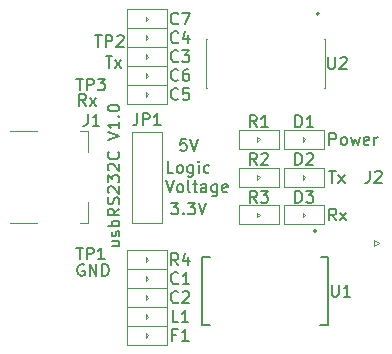
<source format=gto>
G04 #@! TF.GenerationSoftware,KiCad,Pcbnew,7.0.1*
G04 #@! TF.CreationDate,2023-03-20T20:32:02+09:00*
G04 #@! TF.ProjectId,usbRS232C,75736252-5332-4333-9243-2e6b69636164,V1.0*
G04 #@! TF.SameCoordinates,Original*
G04 #@! TF.FileFunction,Legend,Top*
G04 #@! TF.FilePolarity,Positive*
%FSLAX46Y46*%
G04 Gerber Fmt 4.6, Leading zero omitted, Abs format (unit mm)*
G04 Created by KiCad (PCBNEW 7.0.1) date 2023-03-20 20:32:02*
%MOMM*%
%LPD*%
G01*
G04 APERTURE LIST*
%ADD10C,0.150000*%
%ADD11C,0.120000*%
%ADD12C,0.200000*%
G04 APERTURE END LIST*
D10*
X-15190476Y6037380D02*
X-15523809Y6513571D01*
X-15761904Y6037380D02*
X-15761904Y7037380D01*
X-15761904Y7037380D02*
X-15380952Y7037380D01*
X-15380952Y7037380D02*
X-15285714Y6989761D01*
X-15285714Y6989761D02*
X-15238095Y6942142D01*
X-15238095Y6942142D02*
X-15190476Y6846904D01*
X-15190476Y6846904D02*
X-15190476Y6704047D01*
X-15190476Y6704047D02*
X-15238095Y6608809D01*
X-15238095Y6608809D02*
X-15285714Y6561190D01*
X-15285714Y6561190D02*
X-15380952Y6513571D01*
X-15380952Y6513571D02*
X-15761904Y6513571D01*
X-14857142Y6037380D02*
X-14333333Y6704047D01*
X-14857142Y6704047D02*
X-14333333Y6037380D01*
X-7785714Y347380D02*
X-8261904Y347380D01*
X-8261904Y347380D02*
X-8261904Y1347380D01*
X-7309523Y347380D02*
X-7404761Y395000D01*
X-7404761Y395000D02*
X-7452380Y442619D01*
X-7452380Y442619D02*
X-7499999Y537857D01*
X-7499999Y537857D02*
X-7499999Y823571D01*
X-7499999Y823571D02*
X-7452380Y918809D01*
X-7452380Y918809D02*
X-7404761Y966428D01*
X-7404761Y966428D02*
X-7309523Y1014047D01*
X-7309523Y1014047D02*
X-7166666Y1014047D01*
X-7166666Y1014047D02*
X-7071428Y966428D01*
X-7071428Y966428D02*
X-7023809Y918809D01*
X-7023809Y918809D02*
X-6976190Y823571D01*
X-6976190Y823571D02*
X-6976190Y537857D01*
X-6976190Y537857D02*
X-7023809Y442619D01*
X-7023809Y442619D02*
X-7071428Y395000D01*
X-7071428Y395000D02*
X-7166666Y347380D01*
X-7166666Y347380D02*
X-7309523Y347380D01*
X-6119047Y1014047D02*
X-6119047Y204523D01*
X-6119047Y204523D02*
X-6166666Y109285D01*
X-6166666Y109285D02*
X-6214285Y61666D01*
X-6214285Y61666D02*
X-6309523Y14047D01*
X-6309523Y14047D02*
X-6452380Y14047D01*
X-6452380Y14047D02*
X-6547618Y61666D01*
X-6119047Y395000D02*
X-6214285Y347380D01*
X-6214285Y347380D02*
X-6404761Y347380D01*
X-6404761Y347380D02*
X-6499999Y395000D01*
X-6499999Y395000D02*
X-6547618Y442619D01*
X-6547618Y442619D02*
X-6595237Y537857D01*
X-6595237Y537857D02*
X-6595237Y823571D01*
X-6595237Y823571D02*
X-6547618Y918809D01*
X-6547618Y918809D02*
X-6499999Y966428D01*
X-6499999Y966428D02*
X-6404761Y1014047D01*
X-6404761Y1014047D02*
X-6214285Y1014047D01*
X-6214285Y1014047D02*
X-6119047Y966428D01*
X-5642856Y347380D02*
X-5642856Y1014047D01*
X-5642856Y1347380D02*
X-5690475Y1299761D01*
X-5690475Y1299761D02*
X-5642856Y1252142D01*
X-5642856Y1252142D02*
X-5595237Y1299761D01*
X-5595237Y1299761D02*
X-5642856Y1347380D01*
X-5642856Y1347380D02*
X-5642856Y1252142D01*
X-4738095Y395000D02*
X-4833333Y347380D01*
X-4833333Y347380D02*
X-5023809Y347380D01*
X-5023809Y347380D02*
X-5119047Y395000D01*
X-5119047Y395000D02*
X-5166666Y442619D01*
X-5166666Y442619D02*
X-5214285Y537857D01*
X-5214285Y537857D02*
X-5214285Y823571D01*
X-5214285Y823571D02*
X-5166666Y918809D01*
X-5166666Y918809D02*
X-5119047Y966428D01*
X-5119047Y966428D02*
X-5023809Y1014047D01*
X-5023809Y1014047D02*
X-4833333Y1014047D01*
X-4833333Y1014047D02*
X-4738095Y966428D01*
X-8404761Y-272619D02*
X-8071428Y-1272619D01*
X-8071428Y-1272619D02*
X-7738095Y-272619D01*
X-7261904Y-1272619D02*
X-7357142Y-1225000D01*
X-7357142Y-1225000D02*
X-7404761Y-1177380D01*
X-7404761Y-1177380D02*
X-7452380Y-1082142D01*
X-7452380Y-1082142D02*
X-7452380Y-796428D01*
X-7452380Y-796428D02*
X-7404761Y-701190D01*
X-7404761Y-701190D02*
X-7357142Y-653571D01*
X-7357142Y-653571D02*
X-7261904Y-605952D01*
X-7261904Y-605952D02*
X-7119047Y-605952D01*
X-7119047Y-605952D02*
X-7023809Y-653571D01*
X-7023809Y-653571D02*
X-6976190Y-701190D01*
X-6976190Y-701190D02*
X-6928571Y-796428D01*
X-6928571Y-796428D02*
X-6928571Y-1082142D01*
X-6928571Y-1082142D02*
X-6976190Y-1177380D01*
X-6976190Y-1177380D02*
X-7023809Y-1225000D01*
X-7023809Y-1225000D02*
X-7119047Y-1272619D01*
X-7119047Y-1272619D02*
X-7261904Y-1272619D01*
X-6357142Y-1272619D02*
X-6452380Y-1225000D01*
X-6452380Y-1225000D02*
X-6499999Y-1129761D01*
X-6499999Y-1129761D02*
X-6499999Y-272619D01*
X-6119046Y-605952D02*
X-5738094Y-605952D01*
X-5976189Y-272619D02*
X-5976189Y-1129761D01*
X-5976189Y-1129761D02*
X-5928570Y-1225000D01*
X-5928570Y-1225000D02*
X-5833332Y-1272619D01*
X-5833332Y-1272619D02*
X-5738094Y-1272619D01*
X-4976189Y-1272619D02*
X-4976189Y-748809D01*
X-4976189Y-748809D02*
X-5023808Y-653571D01*
X-5023808Y-653571D02*
X-5119046Y-605952D01*
X-5119046Y-605952D02*
X-5309522Y-605952D01*
X-5309522Y-605952D02*
X-5404760Y-653571D01*
X-4976189Y-1225000D02*
X-5071427Y-1272619D01*
X-5071427Y-1272619D02*
X-5309522Y-1272619D01*
X-5309522Y-1272619D02*
X-5404760Y-1225000D01*
X-5404760Y-1225000D02*
X-5452379Y-1129761D01*
X-5452379Y-1129761D02*
X-5452379Y-1034523D01*
X-5452379Y-1034523D02*
X-5404760Y-939285D01*
X-5404760Y-939285D02*
X-5309522Y-891666D01*
X-5309522Y-891666D02*
X-5071427Y-891666D01*
X-5071427Y-891666D02*
X-4976189Y-844047D01*
X-4071427Y-605952D02*
X-4071427Y-1415476D01*
X-4071427Y-1415476D02*
X-4119046Y-1510714D01*
X-4119046Y-1510714D02*
X-4166665Y-1558333D01*
X-4166665Y-1558333D02*
X-4261903Y-1605952D01*
X-4261903Y-1605952D02*
X-4404760Y-1605952D01*
X-4404760Y-1605952D02*
X-4499998Y-1558333D01*
X-4071427Y-1225000D02*
X-4166665Y-1272619D01*
X-4166665Y-1272619D02*
X-4357141Y-1272619D01*
X-4357141Y-1272619D02*
X-4452379Y-1225000D01*
X-4452379Y-1225000D02*
X-4499998Y-1177380D01*
X-4499998Y-1177380D02*
X-4547617Y-1082142D01*
X-4547617Y-1082142D02*
X-4547617Y-796428D01*
X-4547617Y-796428D02*
X-4499998Y-701190D01*
X-4499998Y-701190D02*
X-4452379Y-653571D01*
X-4452379Y-653571D02*
X-4357141Y-605952D01*
X-4357141Y-605952D02*
X-4166665Y-605952D01*
X-4166665Y-605952D02*
X-4071427Y-653571D01*
X-3214284Y-1225000D02*
X-3309522Y-1272619D01*
X-3309522Y-1272619D02*
X-3499998Y-1272619D01*
X-3499998Y-1272619D02*
X-3595236Y-1225000D01*
X-3595236Y-1225000D02*
X-3642855Y-1129761D01*
X-3642855Y-1129761D02*
X-3642855Y-748809D01*
X-3642855Y-748809D02*
X-3595236Y-653571D01*
X-3595236Y-653571D02*
X-3499998Y-605952D01*
X-3499998Y-605952D02*
X-3309522Y-605952D01*
X-3309522Y-605952D02*
X-3214284Y-653571D01*
X-3214284Y-653571D02*
X-3166665Y-748809D01*
X-3166665Y-748809D02*
X-3166665Y-844047D01*
X-3166665Y-844047D02*
X-3642855Y-939285D01*
X-7976189Y-2162619D02*
X-7357142Y-2162619D01*
X-7357142Y-2162619D02*
X-7690475Y-2543571D01*
X-7690475Y-2543571D02*
X-7547618Y-2543571D01*
X-7547618Y-2543571D02*
X-7452380Y-2591190D01*
X-7452380Y-2591190D02*
X-7404761Y-2638809D01*
X-7404761Y-2638809D02*
X-7357142Y-2734047D01*
X-7357142Y-2734047D02*
X-7357142Y-2972142D01*
X-7357142Y-2972142D02*
X-7404761Y-3067380D01*
X-7404761Y-3067380D02*
X-7452380Y-3115000D01*
X-7452380Y-3115000D02*
X-7547618Y-3162619D01*
X-7547618Y-3162619D02*
X-7833332Y-3162619D01*
X-7833332Y-3162619D02*
X-7928570Y-3115000D01*
X-7928570Y-3115000D02*
X-7976189Y-3067380D01*
X-6928570Y-3067380D02*
X-6880951Y-3115000D01*
X-6880951Y-3115000D02*
X-6928570Y-3162619D01*
X-6928570Y-3162619D02*
X-6976189Y-3115000D01*
X-6976189Y-3115000D02*
X-6928570Y-3067380D01*
X-6928570Y-3067380D02*
X-6928570Y-3162619D01*
X-6547618Y-2162619D02*
X-5928571Y-2162619D01*
X-5928571Y-2162619D02*
X-6261904Y-2543571D01*
X-6261904Y-2543571D02*
X-6119047Y-2543571D01*
X-6119047Y-2543571D02*
X-6023809Y-2591190D01*
X-6023809Y-2591190D02*
X-5976190Y-2638809D01*
X-5976190Y-2638809D02*
X-5928571Y-2734047D01*
X-5928571Y-2734047D02*
X-5928571Y-2972142D01*
X-5928571Y-2972142D02*
X-5976190Y-3067380D01*
X-5976190Y-3067380D02*
X-6023809Y-3115000D01*
X-6023809Y-3115000D02*
X-6119047Y-3162619D01*
X-6119047Y-3162619D02*
X-6404761Y-3162619D01*
X-6404761Y-3162619D02*
X-6499999Y-3115000D01*
X-6499999Y-3115000D02*
X-6547618Y-3067380D01*
X-5642856Y-2162619D02*
X-5309523Y-3162619D01*
X-5309523Y-3162619D02*
X-4976190Y-2162619D01*
X-15338095Y-7410238D02*
X-15433333Y-7362619D01*
X-15433333Y-7362619D02*
X-15576190Y-7362619D01*
X-15576190Y-7362619D02*
X-15719047Y-7410238D01*
X-15719047Y-7410238D02*
X-15814285Y-7505476D01*
X-15814285Y-7505476D02*
X-15861904Y-7600714D01*
X-15861904Y-7600714D02*
X-15909523Y-7791190D01*
X-15909523Y-7791190D02*
X-15909523Y-7934047D01*
X-15909523Y-7934047D02*
X-15861904Y-8124523D01*
X-15861904Y-8124523D02*
X-15814285Y-8219761D01*
X-15814285Y-8219761D02*
X-15719047Y-8315000D01*
X-15719047Y-8315000D02*
X-15576190Y-8362619D01*
X-15576190Y-8362619D02*
X-15480952Y-8362619D01*
X-15480952Y-8362619D02*
X-15338095Y-8315000D01*
X-15338095Y-8315000D02*
X-15290476Y-8267380D01*
X-15290476Y-8267380D02*
X-15290476Y-7934047D01*
X-15290476Y-7934047D02*
X-15480952Y-7934047D01*
X-14861904Y-8362619D02*
X-14861904Y-7362619D01*
X-14861904Y-7362619D02*
X-14290476Y-8362619D01*
X-14290476Y-8362619D02*
X-14290476Y-7362619D01*
X-13814285Y-8362619D02*
X-13814285Y-7362619D01*
X-13814285Y-7362619D02*
X-13576190Y-7362619D01*
X-13576190Y-7362619D02*
X-13433333Y-7410238D01*
X-13433333Y-7410238D02*
X-13338095Y-7505476D01*
X-13338095Y-7505476D02*
X-13290476Y-7600714D01*
X-13290476Y-7600714D02*
X-13242857Y-7791190D01*
X-13242857Y-7791190D02*
X-13242857Y-7934047D01*
X-13242857Y-7934047D02*
X-13290476Y-8124523D01*
X-13290476Y-8124523D02*
X-13338095Y-8219761D01*
X-13338095Y-8219761D02*
X-13433333Y-8315000D01*
X-13433333Y-8315000D02*
X-13576190Y-8362619D01*
X-13576190Y-8362619D02*
X-13814285Y-8362619D01*
X-6690476Y3237380D02*
X-7166666Y3237380D01*
X-7166666Y3237380D02*
X-7214285Y2761190D01*
X-7214285Y2761190D02*
X-7166666Y2808809D01*
X-7166666Y2808809D02*
X-7071428Y2856428D01*
X-7071428Y2856428D02*
X-6833333Y2856428D01*
X-6833333Y2856428D02*
X-6738095Y2808809D01*
X-6738095Y2808809D02*
X-6690476Y2761190D01*
X-6690476Y2761190D02*
X-6642857Y2665952D01*
X-6642857Y2665952D02*
X-6642857Y2427857D01*
X-6642857Y2427857D02*
X-6690476Y2332619D01*
X-6690476Y2332619D02*
X-6738095Y2285000D01*
X-6738095Y2285000D02*
X-6833333Y2237380D01*
X-6833333Y2237380D02*
X-7071428Y2237380D01*
X-7071428Y2237380D02*
X-7166666Y2285000D01*
X-7166666Y2285000D02*
X-7214285Y2332619D01*
X-6357142Y3237380D02*
X-6023809Y2237380D01*
X-6023809Y2237380D02*
X-5690476Y3237380D01*
X-13504761Y10237380D02*
X-12933333Y10237380D01*
X-13219047Y9237380D02*
X-13219047Y10237380D01*
X-12695237Y9237380D02*
X-12171428Y9904047D01*
X-12695237Y9904047D02*
X-12171428Y9237380D01*
X6009523Y-3662619D02*
X5676190Y-3186428D01*
X5438095Y-3662619D02*
X5438095Y-2662619D01*
X5438095Y-2662619D02*
X5819047Y-2662619D01*
X5819047Y-2662619D02*
X5914285Y-2710238D01*
X5914285Y-2710238D02*
X5961904Y-2757857D01*
X5961904Y-2757857D02*
X6009523Y-2853095D01*
X6009523Y-2853095D02*
X6009523Y-2995952D01*
X6009523Y-2995952D02*
X5961904Y-3091190D01*
X5961904Y-3091190D02*
X5914285Y-3138809D01*
X5914285Y-3138809D02*
X5819047Y-3186428D01*
X5819047Y-3186428D02*
X5438095Y-3186428D01*
X6342857Y-3662619D02*
X6866666Y-2995952D01*
X6342857Y-2995952D02*
X6866666Y-3662619D01*
X5395238Y537380D02*
X5966666Y537380D01*
X5680952Y-462619D02*
X5680952Y537380D01*
X6204762Y-462619D02*
X6728571Y204047D01*
X6204762Y204047D02*
X6728571Y-462619D01*
X-13004047Y-5433333D02*
X-12337380Y-5433333D01*
X-13004047Y-5861904D02*
X-12480238Y-5861904D01*
X-12480238Y-5861904D02*
X-12385000Y-5814285D01*
X-12385000Y-5814285D02*
X-12337380Y-5719047D01*
X-12337380Y-5719047D02*
X-12337380Y-5576190D01*
X-12337380Y-5576190D02*
X-12385000Y-5480952D01*
X-12385000Y-5480952D02*
X-12432619Y-5433333D01*
X-12385000Y-5004761D02*
X-12337380Y-4909523D01*
X-12337380Y-4909523D02*
X-12337380Y-4719047D01*
X-12337380Y-4719047D02*
X-12385000Y-4623809D01*
X-12385000Y-4623809D02*
X-12480238Y-4576190D01*
X-12480238Y-4576190D02*
X-12527857Y-4576190D01*
X-12527857Y-4576190D02*
X-12623095Y-4623809D01*
X-12623095Y-4623809D02*
X-12670714Y-4719047D01*
X-12670714Y-4719047D02*
X-12670714Y-4861904D01*
X-12670714Y-4861904D02*
X-12718333Y-4957142D01*
X-12718333Y-4957142D02*
X-12813571Y-5004761D01*
X-12813571Y-5004761D02*
X-12861190Y-5004761D01*
X-12861190Y-5004761D02*
X-12956428Y-4957142D01*
X-12956428Y-4957142D02*
X-13004047Y-4861904D01*
X-13004047Y-4861904D02*
X-13004047Y-4719047D01*
X-13004047Y-4719047D02*
X-12956428Y-4623809D01*
X-12337380Y-4147618D02*
X-13337380Y-4147618D01*
X-12956428Y-4147618D02*
X-13004047Y-4052380D01*
X-13004047Y-4052380D02*
X-13004047Y-3861904D01*
X-13004047Y-3861904D02*
X-12956428Y-3766666D01*
X-12956428Y-3766666D02*
X-12908809Y-3719047D01*
X-12908809Y-3719047D02*
X-12813571Y-3671428D01*
X-12813571Y-3671428D02*
X-12527857Y-3671428D01*
X-12527857Y-3671428D02*
X-12432619Y-3719047D01*
X-12432619Y-3719047D02*
X-12385000Y-3766666D01*
X-12385000Y-3766666D02*
X-12337380Y-3861904D01*
X-12337380Y-3861904D02*
X-12337380Y-4052380D01*
X-12337380Y-4052380D02*
X-12385000Y-4147618D01*
X-12337380Y-2671428D02*
X-12813571Y-3004761D01*
X-12337380Y-3242856D02*
X-13337380Y-3242856D01*
X-13337380Y-3242856D02*
X-13337380Y-2861904D01*
X-13337380Y-2861904D02*
X-13289761Y-2766666D01*
X-13289761Y-2766666D02*
X-13242142Y-2719047D01*
X-13242142Y-2719047D02*
X-13146904Y-2671428D01*
X-13146904Y-2671428D02*
X-13004047Y-2671428D01*
X-13004047Y-2671428D02*
X-12908809Y-2719047D01*
X-12908809Y-2719047D02*
X-12861190Y-2766666D01*
X-12861190Y-2766666D02*
X-12813571Y-2861904D01*
X-12813571Y-2861904D02*
X-12813571Y-3242856D01*
X-12385000Y-2290475D02*
X-12337380Y-2147618D01*
X-12337380Y-2147618D02*
X-12337380Y-1909523D01*
X-12337380Y-1909523D02*
X-12385000Y-1814285D01*
X-12385000Y-1814285D02*
X-12432619Y-1766666D01*
X-12432619Y-1766666D02*
X-12527857Y-1719047D01*
X-12527857Y-1719047D02*
X-12623095Y-1719047D01*
X-12623095Y-1719047D02*
X-12718333Y-1766666D01*
X-12718333Y-1766666D02*
X-12765952Y-1814285D01*
X-12765952Y-1814285D02*
X-12813571Y-1909523D01*
X-12813571Y-1909523D02*
X-12861190Y-2099999D01*
X-12861190Y-2099999D02*
X-12908809Y-2195237D01*
X-12908809Y-2195237D02*
X-12956428Y-2242856D01*
X-12956428Y-2242856D02*
X-13051666Y-2290475D01*
X-13051666Y-2290475D02*
X-13146904Y-2290475D01*
X-13146904Y-2290475D02*
X-13242142Y-2242856D01*
X-13242142Y-2242856D02*
X-13289761Y-2195237D01*
X-13289761Y-2195237D02*
X-13337380Y-2099999D01*
X-13337380Y-2099999D02*
X-13337380Y-1861904D01*
X-13337380Y-1861904D02*
X-13289761Y-1719047D01*
X-13242142Y-1338094D02*
X-13289761Y-1290475D01*
X-13289761Y-1290475D02*
X-13337380Y-1195237D01*
X-13337380Y-1195237D02*
X-13337380Y-957142D01*
X-13337380Y-957142D02*
X-13289761Y-861904D01*
X-13289761Y-861904D02*
X-13242142Y-814285D01*
X-13242142Y-814285D02*
X-13146904Y-766666D01*
X-13146904Y-766666D02*
X-13051666Y-766666D01*
X-13051666Y-766666D02*
X-12908809Y-814285D01*
X-12908809Y-814285D02*
X-12337380Y-1385713D01*
X-12337380Y-1385713D02*
X-12337380Y-766666D01*
X-13337380Y-433332D02*
X-13337380Y185714D01*
X-13337380Y185714D02*
X-12956428Y-147618D01*
X-12956428Y-147618D02*
X-12956428Y-4761D01*
X-12956428Y-4761D02*
X-12908809Y90476D01*
X-12908809Y90476D02*
X-12861190Y138095D01*
X-12861190Y138095D02*
X-12765952Y185714D01*
X-12765952Y185714D02*
X-12527857Y185714D01*
X-12527857Y185714D02*
X-12432619Y138095D01*
X-12432619Y138095D02*
X-12385000Y90476D01*
X-12385000Y90476D02*
X-12337380Y-4761D01*
X-12337380Y-4761D02*
X-12337380Y-290475D01*
X-12337380Y-290475D02*
X-12385000Y-385713D01*
X-12385000Y-385713D02*
X-12432619Y-433332D01*
X-13242142Y566667D02*
X-13289761Y614286D01*
X-13289761Y614286D02*
X-13337380Y709524D01*
X-13337380Y709524D02*
X-13337380Y947619D01*
X-13337380Y947619D02*
X-13289761Y1042857D01*
X-13289761Y1042857D02*
X-13242142Y1090476D01*
X-13242142Y1090476D02*
X-13146904Y1138095D01*
X-13146904Y1138095D02*
X-13051666Y1138095D01*
X-13051666Y1138095D02*
X-12908809Y1090476D01*
X-12908809Y1090476D02*
X-12337380Y519048D01*
X-12337380Y519048D02*
X-12337380Y1138095D01*
X-12432619Y2138095D02*
X-12385000Y2090476D01*
X-12385000Y2090476D02*
X-12337380Y1947619D01*
X-12337380Y1947619D02*
X-12337380Y1852381D01*
X-12337380Y1852381D02*
X-12385000Y1709524D01*
X-12385000Y1709524D02*
X-12480238Y1614286D01*
X-12480238Y1614286D02*
X-12575476Y1566667D01*
X-12575476Y1566667D02*
X-12765952Y1519048D01*
X-12765952Y1519048D02*
X-12908809Y1519048D01*
X-12908809Y1519048D02*
X-13099285Y1566667D01*
X-13099285Y1566667D02*
X-13194523Y1614286D01*
X-13194523Y1614286D02*
X-13289761Y1709524D01*
X-13289761Y1709524D02*
X-13337380Y1852381D01*
X-13337380Y1852381D02*
X-13337380Y1947619D01*
X-13337380Y1947619D02*
X-13289761Y2090476D01*
X-13289761Y2090476D02*
X-13242142Y2138095D01*
X-13337380Y3185715D02*
X-12337380Y3519048D01*
X-12337380Y3519048D02*
X-13337380Y3852381D01*
X-12337380Y4709524D02*
X-12337380Y4138096D01*
X-12337380Y4423810D02*
X-13337380Y4423810D01*
X-13337380Y4423810D02*
X-13194523Y4328572D01*
X-13194523Y4328572D02*
X-13099285Y4233334D01*
X-13099285Y4233334D02*
X-13051666Y4138096D01*
X-12432619Y5138096D02*
X-12385000Y5185715D01*
X-12385000Y5185715D02*
X-12337380Y5138096D01*
X-12337380Y5138096D02*
X-12385000Y5090477D01*
X-12385000Y5090477D02*
X-12432619Y5138096D01*
X-12432619Y5138096D02*
X-12337380Y5138096D01*
X-13337380Y5804762D02*
X-13337380Y5900000D01*
X-13337380Y5900000D02*
X-13289761Y5995238D01*
X-13289761Y5995238D02*
X-13242142Y6042857D01*
X-13242142Y6042857D02*
X-13146904Y6090476D01*
X-13146904Y6090476D02*
X-12956428Y6138095D01*
X-12956428Y6138095D02*
X-12718333Y6138095D01*
X-12718333Y6138095D02*
X-12527857Y6090476D01*
X-12527857Y6090476D02*
X-12432619Y6042857D01*
X-12432619Y6042857D02*
X-12385000Y5995238D01*
X-12385000Y5995238D02*
X-12337380Y5900000D01*
X-12337380Y5900000D02*
X-12337380Y5804762D01*
X-12337380Y5804762D02*
X-12385000Y5709524D01*
X-12385000Y5709524D02*
X-12432619Y5661905D01*
X-12432619Y5661905D02*
X-12527857Y5614286D01*
X-12527857Y5614286D02*
X-12718333Y5566667D01*
X-12718333Y5566667D02*
X-12956428Y5566667D01*
X-12956428Y5566667D02*
X-13146904Y5614286D01*
X-13146904Y5614286D02*
X-13242142Y5661905D01*
X-13242142Y5661905D02*
X-13289761Y5709524D01*
X-13289761Y5709524D02*
X-13337380Y5804762D01*
X5438095Y2737380D02*
X5438095Y3737380D01*
X5438095Y3737380D02*
X5819047Y3737380D01*
X5819047Y3737380D02*
X5914285Y3689761D01*
X5914285Y3689761D02*
X5961904Y3642142D01*
X5961904Y3642142D02*
X6009523Y3546904D01*
X6009523Y3546904D02*
X6009523Y3404047D01*
X6009523Y3404047D02*
X5961904Y3308809D01*
X5961904Y3308809D02*
X5914285Y3261190D01*
X5914285Y3261190D02*
X5819047Y3213571D01*
X5819047Y3213571D02*
X5438095Y3213571D01*
X6580952Y2737380D02*
X6485714Y2785000D01*
X6485714Y2785000D02*
X6438095Y2832619D01*
X6438095Y2832619D02*
X6390476Y2927857D01*
X6390476Y2927857D02*
X6390476Y3213571D01*
X6390476Y3213571D02*
X6438095Y3308809D01*
X6438095Y3308809D02*
X6485714Y3356428D01*
X6485714Y3356428D02*
X6580952Y3404047D01*
X6580952Y3404047D02*
X6723809Y3404047D01*
X6723809Y3404047D02*
X6819047Y3356428D01*
X6819047Y3356428D02*
X6866666Y3308809D01*
X6866666Y3308809D02*
X6914285Y3213571D01*
X6914285Y3213571D02*
X6914285Y2927857D01*
X6914285Y2927857D02*
X6866666Y2832619D01*
X6866666Y2832619D02*
X6819047Y2785000D01*
X6819047Y2785000D02*
X6723809Y2737380D01*
X6723809Y2737380D02*
X6580952Y2737380D01*
X7247619Y3404047D02*
X7438095Y2737380D01*
X7438095Y2737380D02*
X7628571Y3213571D01*
X7628571Y3213571D02*
X7819047Y2737380D01*
X7819047Y2737380D02*
X8009523Y3404047D01*
X8771428Y2785000D02*
X8676190Y2737380D01*
X8676190Y2737380D02*
X8485714Y2737380D01*
X8485714Y2737380D02*
X8390476Y2785000D01*
X8390476Y2785000D02*
X8342857Y2880238D01*
X8342857Y2880238D02*
X8342857Y3261190D01*
X8342857Y3261190D02*
X8390476Y3356428D01*
X8390476Y3356428D02*
X8485714Y3404047D01*
X8485714Y3404047D02*
X8676190Y3404047D01*
X8676190Y3404047D02*
X8771428Y3356428D01*
X8771428Y3356428D02*
X8819047Y3261190D01*
X8819047Y3261190D02*
X8819047Y3165952D01*
X8819047Y3165952D02*
X8342857Y3070714D01*
X9247619Y2737380D02*
X9247619Y3404047D01*
X9247619Y3213571D02*
X9295238Y3308809D01*
X9295238Y3308809D02*
X9342857Y3356428D01*
X9342857Y3356428D02*
X9438095Y3404047D01*
X9438095Y3404047D02*
X9533333Y3404047D01*
X-10833333Y5407380D02*
X-10833333Y4693095D01*
X-10833333Y4693095D02*
X-10880952Y4550238D01*
X-10880952Y4550238D02*
X-10976190Y4455000D01*
X-10976190Y4455000D02*
X-11119047Y4407380D01*
X-11119047Y4407380D02*
X-11214285Y4407380D01*
X-10357142Y4407380D02*
X-10357142Y5407380D01*
X-10357142Y5407380D02*
X-9976190Y5407380D01*
X-9976190Y5407380D02*
X-9880952Y5359761D01*
X-9880952Y5359761D02*
X-9833333Y5312142D01*
X-9833333Y5312142D02*
X-9785714Y5216904D01*
X-9785714Y5216904D02*
X-9785714Y5074047D01*
X-9785714Y5074047D02*
X-9833333Y4978809D01*
X-9833333Y4978809D02*
X-9880952Y4931190D01*
X-9880952Y4931190D02*
X-9976190Y4883571D01*
X-9976190Y4883571D02*
X-10357142Y4883571D01*
X-8833333Y4407380D02*
X-9404761Y4407380D01*
X-9119047Y4407380D02*
X-9119047Y5407380D01*
X-9119047Y5407380D02*
X-9214285Y5264523D01*
X-9214285Y5264523D02*
X-9309523Y5169285D01*
X-9309523Y5169285D02*
X-9404761Y5121666D01*
X-16004761Y-5962619D02*
X-15433333Y-5962619D01*
X-15719047Y-6962619D02*
X-15719047Y-5962619D01*
X-15099999Y-6962619D02*
X-15099999Y-5962619D01*
X-15099999Y-5962619D02*
X-14719047Y-5962619D01*
X-14719047Y-5962619D02*
X-14623809Y-6010238D01*
X-14623809Y-6010238D02*
X-14576190Y-6057857D01*
X-14576190Y-6057857D02*
X-14528571Y-6153095D01*
X-14528571Y-6153095D02*
X-14528571Y-6295952D01*
X-14528571Y-6295952D02*
X-14576190Y-6391190D01*
X-14576190Y-6391190D02*
X-14623809Y-6438809D01*
X-14623809Y-6438809D02*
X-14719047Y-6486428D01*
X-14719047Y-6486428D02*
X-15099999Y-6486428D01*
X-13576190Y-6962619D02*
X-14147618Y-6962619D01*
X-13861904Y-6962619D02*
X-13861904Y-5962619D01*
X-13861904Y-5962619D02*
X-13957142Y-6105476D01*
X-13957142Y-6105476D02*
X-14052380Y-6200714D01*
X-14052380Y-6200714D02*
X-14147618Y-6248333D01*
X-7366666Y8232619D02*
X-7414285Y8185000D01*
X-7414285Y8185000D02*
X-7557142Y8137380D01*
X-7557142Y8137380D02*
X-7652380Y8137380D01*
X-7652380Y8137380D02*
X-7795237Y8185000D01*
X-7795237Y8185000D02*
X-7890475Y8280238D01*
X-7890475Y8280238D02*
X-7938094Y8375476D01*
X-7938094Y8375476D02*
X-7985713Y8565952D01*
X-7985713Y8565952D02*
X-7985713Y8708809D01*
X-7985713Y8708809D02*
X-7938094Y8899285D01*
X-7938094Y8899285D02*
X-7890475Y8994523D01*
X-7890475Y8994523D02*
X-7795237Y9089761D01*
X-7795237Y9089761D02*
X-7652380Y9137380D01*
X-7652380Y9137380D02*
X-7557142Y9137380D01*
X-7557142Y9137380D02*
X-7414285Y9089761D01*
X-7414285Y9089761D02*
X-7366666Y9042142D01*
X-6509523Y9137380D02*
X-6699999Y9137380D01*
X-6699999Y9137380D02*
X-6795237Y9089761D01*
X-6795237Y9089761D02*
X-6842856Y9042142D01*
X-6842856Y9042142D02*
X-6938094Y8899285D01*
X-6938094Y8899285D02*
X-6985713Y8708809D01*
X-6985713Y8708809D02*
X-6985713Y8327857D01*
X-6985713Y8327857D02*
X-6938094Y8232619D01*
X-6938094Y8232619D02*
X-6890475Y8185000D01*
X-6890475Y8185000D02*
X-6795237Y8137380D01*
X-6795237Y8137380D02*
X-6604761Y8137380D01*
X-6604761Y8137380D02*
X-6509523Y8185000D01*
X-6509523Y8185000D02*
X-6461904Y8232619D01*
X-6461904Y8232619D02*
X-6414285Y8327857D01*
X-6414285Y8327857D02*
X-6414285Y8565952D01*
X-6414285Y8565952D02*
X-6461904Y8661190D01*
X-6461904Y8661190D02*
X-6509523Y8708809D01*
X-6509523Y8708809D02*
X-6604761Y8756428D01*
X-6604761Y8756428D02*
X-6795237Y8756428D01*
X-6795237Y8756428D02*
X-6890475Y8708809D01*
X-6890475Y8708809D02*
X-6938094Y8661190D01*
X-6938094Y8661190D02*
X-6985713Y8565952D01*
X5638095Y-9112619D02*
X5638095Y-9922142D01*
X5638095Y-9922142D02*
X5685714Y-10017380D01*
X5685714Y-10017380D02*
X5733333Y-10065000D01*
X5733333Y-10065000D02*
X5828571Y-10112619D01*
X5828571Y-10112619D02*
X6019047Y-10112619D01*
X6019047Y-10112619D02*
X6114285Y-10065000D01*
X6114285Y-10065000D02*
X6161904Y-10017380D01*
X6161904Y-10017380D02*
X6209523Y-9922142D01*
X6209523Y-9922142D02*
X6209523Y-9112619D01*
X7209523Y-10112619D02*
X6638095Y-10112619D01*
X6923809Y-10112619D02*
X6923809Y-9112619D01*
X6923809Y-9112619D02*
X6828571Y-9255476D01*
X6828571Y-9255476D02*
X6733333Y-9350714D01*
X6733333Y-9350714D02*
X6638095Y-9398333D01*
X-7366666Y11432619D02*
X-7414285Y11385000D01*
X-7414285Y11385000D02*
X-7557142Y11337380D01*
X-7557142Y11337380D02*
X-7652380Y11337380D01*
X-7652380Y11337380D02*
X-7795237Y11385000D01*
X-7795237Y11385000D02*
X-7890475Y11480238D01*
X-7890475Y11480238D02*
X-7938094Y11575476D01*
X-7938094Y11575476D02*
X-7985713Y11765952D01*
X-7985713Y11765952D02*
X-7985713Y11908809D01*
X-7985713Y11908809D02*
X-7938094Y12099285D01*
X-7938094Y12099285D02*
X-7890475Y12194523D01*
X-7890475Y12194523D02*
X-7795237Y12289761D01*
X-7795237Y12289761D02*
X-7652380Y12337380D01*
X-7652380Y12337380D02*
X-7557142Y12337380D01*
X-7557142Y12337380D02*
X-7414285Y12289761D01*
X-7414285Y12289761D02*
X-7366666Y12242142D01*
X-6509523Y12004047D02*
X-6509523Y11337380D01*
X-6747618Y12385000D02*
X-6985713Y11670714D01*
X-6985713Y11670714D02*
X-6366666Y11670714D01*
X2561905Y4237380D02*
X2561905Y5237380D01*
X2561905Y5237380D02*
X2800000Y5237380D01*
X2800000Y5237380D02*
X2942857Y5189761D01*
X2942857Y5189761D02*
X3038095Y5094523D01*
X3038095Y5094523D02*
X3085714Y4999285D01*
X3085714Y4999285D02*
X3133333Y4808809D01*
X3133333Y4808809D02*
X3133333Y4665952D01*
X3133333Y4665952D02*
X3085714Y4475476D01*
X3085714Y4475476D02*
X3038095Y4380238D01*
X3038095Y4380238D02*
X2942857Y4285000D01*
X2942857Y4285000D02*
X2800000Y4237380D01*
X2800000Y4237380D02*
X2561905Y4237380D01*
X4085714Y4237380D02*
X3514286Y4237380D01*
X3800000Y4237380D02*
X3800000Y5237380D01*
X3800000Y5237380D02*
X3704762Y5094523D01*
X3704762Y5094523D02*
X3609524Y4999285D01*
X3609524Y4999285D02*
X3514286Y4951666D01*
X-15033333Y5337380D02*
X-15033333Y4623095D01*
X-15033333Y4623095D02*
X-15080952Y4480238D01*
X-15080952Y4480238D02*
X-15176190Y4385000D01*
X-15176190Y4385000D02*
X-15319047Y4337380D01*
X-15319047Y4337380D02*
X-15414285Y4337380D01*
X-14033333Y4337380D02*
X-14604761Y4337380D01*
X-14319047Y4337380D02*
X-14319047Y5337380D01*
X-14319047Y5337380D02*
X-14414285Y5194523D01*
X-14414285Y5194523D02*
X-14509523Y5099285D01*
X-14509523Y5099285D02*
X-14604761Y5051666D01*
X-716666Y1037380D02*
X-1049999Y1513571D01*
X-1288094Y1037380D02*
X-1288094Y2037380D01*
X-1288094Y2037380D02*
X-907142Y2037380D01*
X-907142Y2037380D02*
X-811904Y1989761D01*
X-811904Y1989761D02*
X-764285Y1942142D01*
X-764285Y1942142D02*
X-716666Y1846904D01*
X-716666Y1846904D02*
X-716666Y1704047D01*
X-716666Y1704047D02*
X-764285Y1608809D01*
X-764285Y1608809D02*
X-811904Y1561190D01*
X-811904Y1561190D02*
X-907142Y1513571D01*
X-907142Y1513571D02*
X-1288094Y1513571D01*
X-335713Y1942142D02*
X-288094Y1989761D01*
X-288094Y1989761D02*
X-192856Y2037380D01*
X-192856Y2037380D02*
X45238Y2037380D01*
X45238Y2037380D02*
X140476Y1989761D01*
X140476Y1989761D02*
X188095Y1942142D01*
X188095Y1942142D02*
X235714Y1846904D01*
X235714Y1846904D02*
X235714Y1751666D01*
X235714Y1751666D02*
X188095Y1608809D01*
X188095Y1608809D02*
X-383332Y1037380D01*
X-383332Y1037380D02*
X235714Y1037380D01*
X-7366666Y-10567380D02*
X-7414285Y-10615000D01*
X-7414285Y-10615000D02*
X-7557142Y-10662619D01*
X-7557142Y-10662619D02*
X-7652380Y-10662619D01*
X-7652380Y-10662619D02*
X-7795237Y-10615000D01*
X-7795237Y-10615000D02*
X-7890475Y-10519761D01*
X-7890475Y-10519761D02*
X-7938094Y-10424523D01*
X-7938094Y-10424523D02*
X-7985713Y-10234047D01*
X-7985713Y-10234047D02*
X-7985713Y-10091190D01*
X-7985713Y-10091190D02*
X-7938094Y-9900714D01*
X-7938094Y-9900714D02*
X-7890475Y-9805476D01*
X-7890475Y-9805476D02*
X-7795237Y-9710238D01*
X-7795237Y-9710238D02*
X-7652380Y-9662619D01*
X-7652380Y-9662619D02*
X-7557142Y-9662619D01*
X-7557142Y-9662619D02*
X-7414285Y-9710238D01*
X-7414285Y-9710238D02*
X-7366666Y-9757857D01*
X-6985713Y-9757857D02*
X-6938094Y-9710238D01*
X-6938094Y-9710238D02*
X-6842856Y-9662619D01*
X-6842856Y-9662619D02*
X-6604761Y-9662619D01*
X-6604761Y-9662619D02*
X-6509523Y-9710238D01*
X-6509523Y-9710238D02*
X-6461904Y-9757857D01*
X-6461904Y-9757857D02*
X-6414285Y-9853095D01*
X-6414285Y-9853095D02*
X-6414285Y-9948333D01*
X-6414285Y-9948333D02*
X-6461904Y-10091190D01*
X-6461904Y-10091190D02*
X-7033332Y-10662619D01*
X-7033332Y-10662619D02*
X-6414285Y-10662619D01*
X8866666Y537380D02*
X8866666Y-176904D01*
X8866666Y-176904D02*
X8819047Y-319761D01*
X8819047Y-319761D02*
X8723809Y-415000D01*
X8723809Y-415000D02*
X8580952Y-462619D01*
X8580952Y-462619D02*
X8485714Y-462619D01*
X9295238Y442142D02*
X9342857Y489761D01*
X9342857Y489761D02*
X9438095Y537380D01*
X9438095Y537380D02*
X9676190Y537380D01*
X9676190Y537380D02*
X9771428Y489761D01*
X9771428Y489761D02*
X9819047Y442142D01*
X9819047Y442142D02*
X9866666Y346904D01*
X9866666Y346904D02*
X9866666Y251666D01*
X9866666Y251666D02*
X9819047Y108809D01*
X9819047Y108809D02*
X9247619Y-462619D01*
X9247619Y-462619D02*
X9866666Y-462619D01*
X-7533333Y-13338809D02*
X-7866666Y-13338809D01*
X-7866666Y-13862619D02*
X-7866666Y-12862619D01*
X-7866666Y-12862619D02*
X-7390476Y-12862619D01*
X-6485714Y-13862619D02*
X-7057142Y-13862619D01*
X-6771428Y-13862619D02*
X-6771428Y-12862619D01*
X-6771428Y-12862619D02*
X-6866666Y-13005476D01*
X-6866666Y-13005476D02*
X-6961904Y-13100714D01*
X-6961904Y-13100714D02*
X-7057142Y-13148333D01*
X-7366666Y-8967380D02*
X-7414285Y-9015000D01*
X-7414285Y-9015000D02*
X-7557142Y-9062619D01*
X-7557142Y-9062619D02*
X-7652380Y-9062619D01*
X-7652380Y-9062619D02*
X-7795237Y-9015000D01*
X-7795237Y-9015000D02*
X-7890475Y-8919761D01*
X-7890475Y-8919761D02*
X-7938094Y-8824523D01*
X-7938094Y-8824523D02*
X-7985713Y-8634047D01*
X-7985713Y-8634047D02*
X-7985713Y-8491190D01*
X-7985713Y-8491190D02*
X-7938094Y-8300714D01*
X-7938094Y-8300714D02*
X-7890475Y-8205476D01*
X-7890475Y-8205476D02*
X-7795237Y-8110238D01*
X-7795237Y-8110238D02*
X-7652380Y-8062619D01*
X-7652380Y-8062619D02*
X-7557142Y-8062619D01*
X-7557142Y-8062619D02*
X-7414285Y-8110238D01*
X-7414285Y-8110238D02*
X-7366666Y-8157857D01*
X-6414285Y-9062619D02*
X-6985713Y-9062619D01*
X-6699999Y-9062619D02*
X-6699999Y-8062619D01*
X-6699999Y-8062619D02*
X-6795237Y-8205476D01*
X-6795237Y-8205476D02*
X-6890475Y-8300714D01*
X-6890475Y-8300714D02*
X-6985713Y-8348333D01*
X-716666Y-2162619D02*
X-1049999Y-1686428D01*
X-1288094Y-2162619D02*
X-1288094Y-1162619D01*
X-1288094Y-1162619D02*
X-907142Y-1162619D01*
X-907142Y-1162619D02*
X-811904Y-1210238D01*
X-811904Y-1210238D02*
X-764285Y-1257857D01*
X-764285Y-1257857D02*
X-716666Y-1353095D01*
X-716666Y-1353095D02*
X-716666Y-1495952D01*
X-716666Y-1495952D02*
X-764285Y-1591190D01*
X-764285Y-1591190D02*
X-811904Y-1638809D01*
X-811904Y-1638809D02*
X-907142Y-1686428D01*
X-907142Y-1686428D02*
X-1288094Y-1686428D01*
X-383332Y-1162619D02*
X235714Y-1162619D01*
X235714Y-1162619D02*
X-97618Y-1543571D01*
X-97618Y-1543571D02*
X45238Y-1543571D01*
X45238Y-1543571D02*
X140476Y-1591190D01*
X140476Y-1591190D02*
X188095Y-1638809D01*
X188095Y-1638809D02*
X235714Y-1734047D01*
X235714Y-1734047D02*
X235714Y-1972142D01*
X235714Y-1972142D02*
X188095Y-2067380D01*
X188095Y-2067380D02*
X140476Y-2115000D01*
X140476Y-2115000D02*
X45238Y-2162619D01*
X45238Y-2162619D02*
X-240475Y-2162619D01*
X-240475Y-2162619D02*
X-335713Y-2115000D01*
X-335713Y-2115000D02*
X-383332Y-2067380D01*
X-16004761Y8337380D02*
X-15433333Y8337380D01*
X-15719047Y7337380D02*
X-15719047Y8337380D01*
X-15099999Y7337380D02*
X-15099999Y8337380D01*
X-15099999Y8337380D02*
X-14719047Y8337380D01*
X-14719047Y8337380D02*
X-14623809Y8289761D01*
X-14623809Y8289761D02*
X-14576190Y8242142D01*
X-14576190Y8242142D02*
X-14528571Y8146904D01*
X-14528571Y8146904D02*
X-14528571Y8004047D01*
X-14528571Y8004047D02*
X-14576190Y7908809D01*
X-14576190Y7908809D02*
X-14623809Y7861190D01*
X-14623809Y7861190D02*
X-14719047Y7813571D01*
X-14719047Y7813571D02*
X-15099999Y7813571D01*
X-14195237Y8337380D02*
X-13576190Y8337380D01*
X-13576190Y8337380D02*
X-13909523Y7956428D01*
X-13909523Y7956428D02*
X-13766666Y7956428D01*
X-13766666Y7956428D02*
X-13671428Y7908809D01*
X-13671428Y7908809D02*
X-13623809Y7861190D01*
X-13623809Y7861190D02*
X-13576190Y7765952D01*
X-13576190Y7765952D02*
X-13576190Y7527857D01*
X-13576190Y7527857D02*
X-13623809Y7432619D01*
X-13623809Y7432619D02*
X-13671428Y7385000D01*
X-13671428Y7385000D02*
X-13766666Y7337380D01*
X-13766666Y7337380D02*
X-14052380Y7337380D01*
X-14052380Y7337380D02*
X-14147618Y7385000D01*
X-14147618Y7385000D02*
X-14195237Y7432619D01*
X2561905Y1037380D02*
X2561905Y2037380D01*
X2561905Y2037380D02*
X2800000Y2037380D01*
X2800000Y2037380D02*
X2942857Y1989761D01*
X2942857Y1989761D02*
X3038095Y1894523D01*
X3038095Y1894523D02*
X3085714Y1799285D01*
X3085714Y1799285D02*
X3133333Y1608809D01*
X3133333Y1608809D02*
X3133333Y1465952D01*
X3133333Y1465952D02*
X3085714Y1275476D01*
X3085714Y1275476D02*
X3038095Y1180238D01*
X3038095Y1180238D02*
X2942857Y1085000D01*
X2942857Y1085000D02*
X2800000Y1037380D01*
X2800000Y1037380D02*
X2561905Y1037380D01*
X3514286Y1942142D02*
X3561905Y1989761D01*
X3561905Y1989761D02*
X3657143Y2037380D01*
X3657143Y2037380D02*
X3895238Y2037380D01*
X3895238Y2037380D02*
X3990476Y1989761D01*
X3990476Y1989761D02*
X4038095Y1942142D01*
X4038095Y1942142D02*
X4085714Y1846904D01*
X4085714Y1846904D02*
X4085714Y1751666D01*
X4085714Y1751666D02*
X4038095Y1608809D01*
X4038095Y1608809D02*
X3466667Y1037380D01*
X3466667Y1037380D02*
X4085714Y1037380D01*
X-7366666Y9832619D02*
X-7414285Y9785000D01*
X-7414285Y9785000D02*
X-7557142Y9737380D01*
X-7557142Y9737380D02*
X-7652380Y9737380D01*
X-7652380Y9737380D02*
X-7795237Y9785000D01*
X-7795237Y9785000D02*
X-7890475Y9880238D01*
X-7890475Y9880238D02*
X-7938094Y9975476D01*
X-7938094Y9975476D02*
X-7985713Y10165952D01*
X-7985713Y10165952D02*
X-7985713Y10308809D01*
X-7985713Y10308809D02*
X-7938094Y10499285D01*
X-7938094Y10499285D02*
X-7890475Y10594523D01*
X-7890475Y10594523D02*
X-7795237Y10689761D01*
X-7795237Y10689761D02*
X-7652380Y10737380D01*
X-7652380Y10737380D02*
X-7557142Y10737380D01*
X-7557142Y10737380D02*
X-7414285Y10689761D01*
X-7414285Y10689761D02*
X-7366666Y10642142D01*
X-7033332Y10737380D02*
X-6414285Y10737380D01*
X-6414285Y10737380D02*
X-6747618Y10356428D01*
X-6747618Y10356428D02*
X-6604761Y10356428D01*
X-6604761Y10356428D02*
X-6509523Y10308809D01*
X-6509523Y10308809D02*
X-6461904Y10261190D01*
X-6461904Y10261190D02*
X-6414285Y10165952D01*
X-6414285Y10165952D02*
X-6414285Y9927857D01*
X-6414285Y9927857D02*
X-6461904Y9832619D01*
X-6461904Y9832619D02*
X-6509523Y9785000D01*
X-6509523Y9785000D02*
X-6604761Y9737380D01*
X-6604761Y9737380D02*
X-6890475Y9737380D01*
X-6890475Y9737380D02*
X-6985713Y9785000D01*
X-6985713Y9785000D02*
X-7033332Y9832619D01*
X-7366666Y-7462619D02*
X-7699999Y-6986428D01*
X-7938094Y-7462619D02*
X-7938094Y-6462619D01*
X-7938094Y-6462619D02*
X-7557142Y-6462619D01*
X-7557142Y-6462619D02*
X-7461904Y-6510238D01*
X-7461904Y-6510238D02*
X-7414285Y-6557857D01*
X-7414285Y-6557857D02*
X-7366666Y-6653095D01*
X-7366666Y-6653095D02*
X-7366666Y-6795952D01*
X-7366666Y-6795952D02*
X-7414285Y-6891190D01*
X-7414285Y-6891190D02*
X-7461904Y-6938809D01*
X-7461904Y-6938809D02*
X-7557142Y-6986428D01*
X-7557142Y-6986428D02*
X-7938094Y-6986428D01*
X-6509523Y-6795952D02*
X-6509523Y-7462619D01*
X-6747618Y-6415000D02*
X-6985713Y-7129285D01*
X-6985713Y-7129285D02*
X-6366666Y-7129285D01*
X-14404761Y12037380D02*
X-13833333Y12037380D01*
X-14119047Y11037380D02*
X-14119047Y12037380D01*
X-13499999Y11037380D02*
X-13499999Y12037380D01*
X-13499999Y12037380D02*
X-13119047Y12037380D01*
X-13119047Y12037380D02*
X-13023809Y11989761D01*
X-13023809Y11989761D02*
X-12976190Y11942142D01*
X-12976190Y11942142D02*
X-12928571Y11846904D01*
X-12928571Y11846904D02*
X-12928571Y11704047D01*
X-12928571Y11704047D02*
X-12976190Y11608809D01*
X-12976190Y11608809D02*
X-13023809Y11561190D01*
X-13023809Y11561190D02*
X-13119047Y11513571D01*
X-13119047Y11513571D02*
X-13499999Y11513571D01*
X-12547618Y11942142D02*
X-12499999Y11989761D01*
X-12499999Y11989761D02*
X-12404761Y12037380D01*
X-12404761Y12037380D02*
X-12166666Y12037380D01*
X-12166666Y12037380D02*
X-12071428Y11989761D01*
X-12071428Y11989761D02*
X-12023809Y11942142D01*
X-12023809Y11942142D02*
X-11976190Y11846904D01*
X-11976190Y11846904D02*
X-11976190Y11751666D01*
X-11976190Y11751666D02*
X-12023809Y11608809D01*
X-12023809Y11608809D02*
X-12595237Y11037380D01*
X-12595237Y11037380D02*
X-11976190Y11037380D01*
X-7366666Y13032619D02*
X-7414285Y12985000D01*
X-7414285Y12985000D02*
X-7557142Y12937380D01*
X-7557142Y12937380D02*
X-7652380Y12937380D01*
X-7652380Y12937380D02*
X-7795237Y12985000D01*
X-7795237Y12985000D02*
X-7890475Y13080238D01*
X-7890475Y13080238D02*
X-7938094Y13175476D01*
X-7938094Y13175476D02*
X-7985713Y13365952D01*
X-7985713Y13365952D02*
X-7985713Y13508809D01*
X-7985713Y13508809D02*
X-7938094Y13699285D01*
X-7938094Y13699285D02*
X-7890475Y13794523D01*
X-7890475Y13794523D02*
X-7795237Y13889761D01*
X-7795237Y13889761D02*
X-7652380Y13937380D01*
X-7652380Y13937380D02*
X-7557142Y13937380D01*
X-7557142Y13937380D02*
X-7414285Y13889761D01*
X-7414285Y13889761D02*
X-7366666Y13842142D01*
X-7033332Y13937380D02*
X-6366666Y13937380D01*
X-6366666Y13937380D02*
X-6795237Y12937380D01*
X5338095Y10162380D02*
X5338095Y9352857D01*
X5338095Y9352857D02*
X5385714Y9257619D01*
X5385714Y9257619D02*
X5433333Y9210000D01*
X5433333Y9210000D02*
X5528571Y9162380D01*
X5528571Y9162380D02*
X5719047Y9162380D01*
X5719047Y9162380D02*
X5814285Y9210000D01*
X5814285Y9210000D02*
X5861904Y9257619D01*
X5861904Y9257619D02*
X5909523Y9352857D01*
X5909523Y9352857D02*
X5909523Y10162380D01*
X6338095Y10067142D02*
X6385714Y10114761D01*
X6385714Y10114761D02*
X6480952Y10162380D01*
X6480952Y10162380D02*
X6719047Y10162380D01*
X6719047Y10162380D02*
X6814285Y10114761D01*
X6814285Y10114761D02*
X6861904Y10067142D01*
X6861904Y10067142D02*
X6909523Y9971904D01*
X6909523Y9971904D02*
X6909523Y9876666D01*
X6909523Y9876666D02*
X6861904Y9733809D01*
X6861904Y9733809D02*
X6290476Y9162380D01*
X6290476Y9162380D02*
X6909523Y9162380D01*
X-716666Y4237380D02*
X-1049999Y4713571D01*
X-1288094Y4237380D02*
X-1288094Y5237380D01*
X-1288094Y5237380D02*
X-907142Y5237380D01*
X-907142Y5237380D02*
X-811904Y5189761D01*
X-811904Y5189761D02*
X-764285Y5142142D01*
X-764285Y5142142D02*
X-716666Y5046904D01*
X-716666Y5046904D02*
X-716666Y4904047D01*
X-716666Y4904047D02*
X-764285Y4808809D01*
X-764285Y4808809D02*
X-811904Y4761190D01*
X-811904Y4761190D02*
X-907142Y4713571D01*
X-907142Y4713571D02*
X-1288094Y4713571D01*
X235714Y4237380D02*
X-335713Y4237380D01*
X-49999Y4237380D02*
X-49999Y5237380D01*
X-49999Y5237380D02*
X-145237Y5094523D01*
X-145237Y5094523D02*
X-240475Y4999285D01*
X-240475Y4999285D02*
X-335713Y4951666D01*
X2561905Y-2162619D02*
X2561905Y-1162619D01*
X2561905Y-1162619D02*
X2800000Y-1162619D01*
X2800000Y-1162619D02*
X2942857Y-1210238D01*
X2942857Y-1210238D02*
X3038095Y-1305476D01*
X3038095Y-1305476D02*
X3085714Y-1400714D01*
X3085714Y-1400714D02*
X3133333Y-1591190D01*
X3133333Y-1591190D02*
X3133333Y-1734047D01*
X3133333Y-1734047D02*
X3085714Y-1924523D01*
X3085714Y-1924523D02*
X3038095Y-2019761D01*
X3038095Y-2019761D02*
X2942857Y-2115000D01*
X2942857Y-2115000D02*
X2800000Y-2162619D01*
X2800000Y-2162619D02*
X2561905Y-2162619D01*
X3466667Y-1162619D02*
X4085714Y-1162619D01*
X4085714Y-1162619D02*
X3752381Y-1543571D01*
X3752381Y-1543571D02*
X3895238Y-1543571D01*
X3895238Y-1543571D02*
X3990476Y-1591190D01*
X3990476Y-1591190D02*
X4038095Y-1638809D01*
X4038095Y-1638809D02*
X4085714Y-1734047D01*
X4085714Y-1734047D02*
X4085714Y-1972142D01*
X4085714Y-1972142D02*
X4038095Y-2067380D01*
X4038095Y-2067380D02*
X3990476Y-2115000D01*
X3990476Y-2115000D02*
X3895238Y-2162619D01*
X3895238Y-2162619D02*
X3609524Y-2162619D01*
X3609524Y-2162619D02*
X3514286Y-2115000D01*
X3514286Y-2115000D02*
X3466667Y-2067380D01*
X-7366666Y-12262619D02*
X-7842856Y-12262619D01*
X-7842856Y-12262619D02*
X-7842856Y-11262619D01*
X-6509523Y-12262619D02*
X-7080951Y-12262619D01*
X-6795237Y-12262619D02*
X-6795237Y-11262619D01*
X-6795237Y-11262619D02*
X-6890475Y-11405476D01*
X-6890475Y-11405476D02*
X-6985713Y-11500714D01*
X-6985713Y-11500714D02*
X-7080951Y-11548333D01*
X-7366666Y6632619D02*
X-7414285Y6585000D01*
X-7414285Y6585000D02*
X-7557142Y6537380D01*
X-7557142Y6537380D02*
X-7652380Y6537380D01*
X-7652380Y6537380D02*
X-7795237Y6585000D01*
X-7795237Y6585000D02*
X-7890475Y6680238D01*
X-7890475Y6680238D02*
X-7938094Y6775476D01*
X-7938094Y6775476D02*
X-7985713Y6965952D01*
X-7985713Y6965952D02*
X-7985713Y7108809D01*
X-7985713Y7108809D02*
X-7938094Y7299285D01*
X-7938094Y7299285D02*
X-7890475Y7394523D01*
X-7890475Y7394523D02*
X-7795237Y7489761D01*
X-7795237Y7489761D02*
X-7652380Y7537380D01*
X-7652380Y7537380D02*
X-7557142Y7537380D01*
X-7557142Y7537380D02*
X-7414285Y7489761D01*
X-7414285Y7489761D02*
X-7366666Y7442142D01*
X-6461904Y7537380D02*
X-6938094Y7537380D01*
X-6938094Y7537380D02*
X-6985713Y7061190D01*
X-6985713Y7061190D02*
X-6938094Y7108809D01*
X-6938094Y7108809D02*
X-6842856Y7156428D01*
X-6842856Y7156428D02*
X-6604761Y7156428D01*
X-6604761Y7156428D02*
X-6509523Y7108809D01*
X-6509523Y7108809D02*
X-6461904Y7061190D01*
X-6461904Y7061190D02*
X-6414285Y6965952D01*
X-6414285Y6965952D02*
X-6414285Y6727857D01*
X-6414285Y6727857D02*
X-6461904Y6632619D01*
X-6461904Y6632619D02*
X-6509523Y6585000D01*
X-6509523Y6585000D02*
X-6604761Y6537380D01*
X-6604761Y6537380D02*
X-6842856Y6537380D01*
X-6842856Y6537380D02*
X-6938094Y6585000D01*
X-6938094Y6585000D02*
X-6985713Y6632619D01*
D11*
X-11300000Y3840000D02*
X-11300000Y-3860000D01*
X-11300000Y3840000D02*
X-8700000Y3840000D01*
X-11300000Y-3860000D02*
X-8700000Y-3860000D01*
X-8700000Y3840000D02*
X-8700000Y-3860000D01*
X-8300000Y7800000D02*
X-8300000Y9400000D01*
X-8300000Y7800000D02*
X-11700000Y7800000D01*
X-8300000Y9400000D02*
X-11700000Y9400000D01*
X-9900000Y8600000D02*
X-10100000Y8400000D01*
X-10100000Y8400000D02*
X-10100000Y8800000D01*
X-10100000Y8800000D02*
X-9900000Y8600000D01*
X-11700000Y7800000D02*
X-11700000Y9400000D01*
D10*
X5325000Y-6775000D02*
X4750000Y-6775000D01*
X5325000Y-6775000D02*
X5325000Y-12525000D01*
X-5325000Y-6775000D02*
X-4675000Y-6775000D01*
X-5325000Y-6775000D02*
X-5325000Y-12525000D01*
X5325000Y-12525000D02*
X4675000Y-12525000D01*
X-5325000Y-12525000D02*
X-4675000Y-12525000D01*
D12*
X4325000Y-4550000D02*
G75*
G03*
X4325000Y-4550000I-100000J0D01*
G01*
D11*
X-8300000Y11000000D02*
X-8300000Y12600000D01*
X-8300000Y11000000D02*
X-11700000Y11000000D01*
X-8300000Y12600000D02*
X-11700000Y12600000D01*
X-9900000Y11800000D02*
X-10100000Y11600000D01*
X-10100000Y11600000D02*
X-10100000Y12000000D01*
X-10100000Y12000000D02*
X-9900000Y11800000D01*
X-11700000Y11000000D02*
X-11700000Y12600000D01*
X5000000Y2400000D02*
X5000000Y4000000D01*
X5000000Y2400000D02*
X1600000Y2400000D01*
X5000000Y4000000D02*
X1600000Y4000000D01*
X3400000Y3200000D02*
X3200000Y3000000D01*
X3200000Y3000000D02*
X3200000Y3400000D01*
X3200000Y3400000D02*
X3400000Y3200000D01*
X1600000Y2400000D02*
X1600000Y4000000D01*
X-15000000Y3900000D02*
X-15000000Y2100000D01*
X-15700000Y3900000D02*
X-15000000Y3900000D01*
X-19300000Y3900000D02*
X-21600000Y3900000D01*
X-15000000Y-3900000D02*
X-15000000Y-2100000D01*
X-15700000Y-3900000D02*
X-15000000Y-3900000D01*
X-19300000Y-3900000D02*
X-21600000Y-3900000D01*
X1150000Y-800000D02*
X1150000Y800000D01*
X1150000Y-800000D02*
X-2250000Y-800000D01*
X1150000Y800000D02*
X-2250000Y800000D01*
X-450000Y0D02*
X-650000Y-200000D01*
X-650000Y-200000D02*
X-650000Y200000D01*
X-650000Y200000D02*
X-450000Y0D01*
X-2250000Y-800000D02*
X-2250000Y800000D01*
X-8300000Y-11000000D02*
X-8300000Y-9400000D01*
X-8300000Y-11000000D02*
X-11700000Y-11000000D01*
X-8300000Y-9400000D02*
X-11700000Y-9400000D01*
X-9900000Y-10200000D02*
X-10100000Y-10400000D01*
X-10100000Y-10400000D02*
X-10100000Y-10000000D01*
X-10100000Y-10000000D02*
X-9900000Y-10200000D01*
X-11700000Y-11000000D02*
X-11700000Y-9400000D01*
X9245662Y-5790000D02*
X9245662Y-5290000D01*
X9678675Y-5540000D02*
X9245662Y-5790000D01*
X9245662Y-5290000D02*
X9678675Y-5540000D01*
X-8300000Y-14200000D02*
X-8300000Y-12600000D01*
X-8300000Y-14200000D02*
X-11700000Y-14200000D01*
X-8300000Y-12600000D02*
X-11700000Y-12600000D01*
X-9900000Y-13400000D02*
X-10100000Y-13600000D01*
X-10100000Y-13600000D02*
X-10100000Y-13200000D01*
X-10100000Y-13200000D02*
X-9900000Y-13400000D01*
X-11700000Y-14200000D02*
X-11700000Y-12600000D01*
X-8300000Y-9400000D02*
X-8300000Y-7800000D01*
X-8300000Y-9400000D02*
X-11700000Y-9400000D01*
X-8300000Y-7800000D02*
X-11700000Y-7800000D01*
X-9900000Y-8600000D02*
X-10100000Y-8800000D01*
X-10100000Y-8800000D02*
X-10100000Y-8400000D01*
X-10100000Y-8400000D02*
X-9900000Y-8600000D01*
X-11700000Y-9400000D02*
X-11700000Y-7800000D01*
X1150000Y-4000000D02*
X1150000Y-2400000D01*
X1150000Y-4000000D02*
X-2250000Y-4000000D01*
X1150000Y-2400000D02*
X-2250000Y-2400000D01*
X-450000Y-3200000D02*
X-650000Y-3400000D01*
X-650000Y-3400000D02*
X-650000Y-3000000D01*
X-650000Y-3000000D02*
X-450000Y-3200000D01*
X-2250000Y-4000000D02*
X-2250000Y-2400000D01*
X5000000Y-800000D02*
X5000000Y800000D01*
X5000000Y-800000D02*
X1600000Y-800000D01*
X5000000Y800000D02*
X1600000Y800000D01*
X3400000Y0D02*
X3200000Y-200000D01*
X3200000Y-200000D02*
X3200000Y200000D01*
X3200000Y200000D02*
X3400000Y0D01*
X1600000Y-800000D02*
X1600000Y800000D01*
X-8300000Y9400000D02*
X-8300000Y11000000D01*
X-8300000Y9400000D02*
X-11700000Y9400000D01*
X-8300000Y11000000D02*
X-11700000Y11000000D01*
X-9900000Y10200000D02*
X-10100000Y10000000D01*
X-10100000Y10000000D02*
X-10100000Y10400000D01*
X-10100000Y10400000D02*
X-9900000Y10200000D01*
X-11700000Y9400000D02*
X-11700000Y11000000D01*
X-8300000Y-7800000D02*
X-8300000Y-6200000D01*
X-8300000Y-7800000D02*
X-11700000Y-7800000D01*
X-8300000Y-6200000D02*
X-11700000Y-6200000D01*
X-9900000Y-7000000D02*
X-10100000Y-7200000D01*
X-10100000Y-7200000D02*
X-10100000Y-6800000D01*
X-10100000Y-6800000D02*
X-9900000Y-7000000D01*
X-11700000Y-7800000D02*
X-11700000Y-6200000D01*
X-8300000Y12600000D02*
X-8300000Y14200000D01*
X-8300000Y12600000D02*
X-11700000Y12600000D01*
X-8300000Y14200000D02*
X-11700000Y14200000D01*
X-9900000Y13400000D02*
X-10100000Y13200000D01*
X-10100000Y13200000D02*
X-10100000Y13600000D01*
X-10100000Y13600000D02*
X-9900000Y13400000D01*
X-11700000Y12600000D02*
X-11700000Y14200000D01*
X4950000Y11675000D02*
X5050000Y11675000D01*
X-5050000Y11675000D02*
X-4950000Y11675000D01*
X-5050000Y11675000D02*
X-5050000Y7575000D01*
X5050000Y7575000D02*
X5050000Y11675000D01*
X5050000Y7575000D02*
X4950000Y7575000D01*
X-5050000Y7575000D02*
X-4950000Y7575000D01*
D12*
X4550000Y13825000D02*
G75*
G03*
X4550000Y13825000I-100000J0D01*
G01*
D11*
X1150000Y2400000D02*
X1150000Y4000000D01*
X1150000Y2400000D02*
X-2250000Y2400000D01*
X1150000Y4000000D02*
X-2250000Y4000000D01*
X-450000Y3200000D02*
X-650000Y3000000D01*
X-650000Y3000000D02*
X-650000Y3400000D01*
X-650000Y3400000D02*
X-450000Y3200000D01*
X-2250000Y2400000D02*
X-2250000Y4000000D01*
X5000000Y-4000000D02*
X5000000Y-2400000D01*
X5000000Y-4000000D02*
X1600000Y-4000000D01*
X5000000Y-2400000D02*
X1600000Y-2400000D01*
X3400000Y-3200000D02*
X3200000Y-3400000D01*
X3200000Y-3400000D02*
X3200000Y-3000000D01*
X3200000Y-3000000D02*
X3400000Y-3200000D01*
X1600000Y-4000000D02*
X1600000Y-2400000D01*
X-8300000Y-12600000D02*
X-8300000Y-11000000D01*
X-8300000Y-12600000D02*
X-11700000Y-12600000D01*
X-8300000Y-11000000D02*
X-11700000Y-11000000D01*
X-9900000Y-11800000D02*
X-10100000Y-12000000D01*
X-10100000Y-12000000D02*
X-10100000Y-11600000D01*
X-10100000Y-11600000D02*
X-9900000Y-11800000D01*
X-11700000Y-12600000D02*
X-11700000Y-11000000D01*
X-8300000Y6200000D02*
X-8300000Y7800000D01*
X-8300000Y6200000D02*
X-11700000Y6200000D01*
X-8300000Y7800000D02*
X-11700000Y7800000D01*
X-9900000Y7000000D02*
X-10100000Y6800000D01*
X-10100000Y6800000D02*
X-10100000Y7200000D01*
X-10100000Y7200000D02*
X-9900000Y7000000D01*
X-11700000Y6200000D02*
X-11700000Y7800000D01*
M02*

</source>
